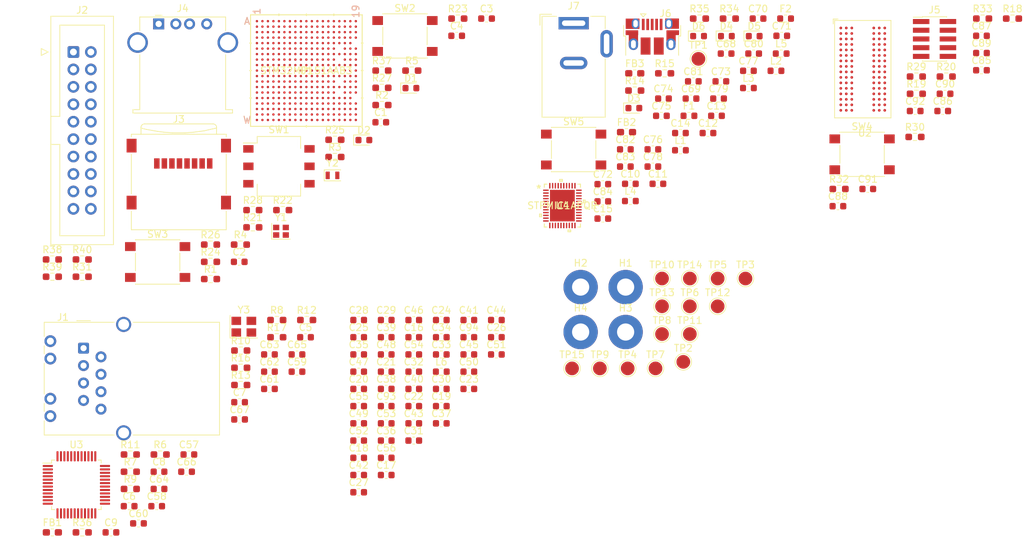
<source format=kicad_pcb>
(kicad_pcb (version 20211014) (generator pcbnew)
  (layers (0 "F.Cu" signal) (31 "B.Cu" signal) (34 "B.Paste" user) (35 "F.Paste" user) (36 "B.SilkS" user "B.Silkscreen") (37 "F.SilkS" user "F.Silkscreen") (38 "B.Mask" user) (39 "F.Mask" user) (44 "Edge.Cuts" user))
  (net 0 "")
  (net 1 "/MPU/OSC_IN")
  (net 2 "GND")
  (net 3 "Net-(C2-Pad1)")
  (net 4 "/MPU/OSC32_IN")
  (net 5 "Net-(C4-Pad1)")
  (net 6 "/VDD")
  (net 7 "/Ethernet/X1")
  (net 8 "Net-(C8-Pad1)")
  (net 9 "/MPU_Power/VDD_CORE")
  (net 10 "/MPU_Power/VDDQ_DDR")
  (net 11 "/PMIC/VDD_AUX")
  (net 12 "Net-(C14-Pad1)")
  (net 13 "/PMIC/BUCK1IN")
  (net 14 "/MPU_Power/VDDCORE")
  (net 15 "/MPU_Power/VDDA1V1")
  (net 16 "/MPU_Power/VDDA1V8")
  (net 17 "/MPU_Power/VDDA")
  (net 18 "/Ethernet/AVDD33")
  (net 19 "/Ethernet/PFBIN1")
  (net 20 "/PMIC/LDO4OUT")
  (net 21 "/PMIC/LDO6OUT")
  (net 22 "/PMIC/VREFDDR")
  (net 23 "/PMIC/LDO1OUT")
  (net 24 "/PMIC/LDO3OUT")
  (net 25 "/PMIC/LDO2OUT")
  (net 26 "/PMIC/LDO5OUT")
  (net 27 "/PMIC/SWOUT")
  (net 28 "/PMIC/VBUSOTG")
  (net 29 "/RAM/NRST")
  (net 30 "Net-(D1-Pad1)")
  (net 31 "/MPU/LED1")
  (net 32 "Net-(D2-Pad1)")
  (net 33 "/MPU/LED2")
  (net 34 "Net-(D3-Pad2)")
  (net 35 "Net-(D4-Pad1)")
  (net 36 "Net-(D5-Pad1)")
  (net 37 "Net-(D6-Pad2)")
  (net 38 "Net-(F1-Pad2)")
  (net 39 "Net-(F2-Pad2)")
  (net 40 "Net-(FB2-Pad1)")
  (net 41 "Net-(FB3-Pad1)")
  (net 42 "/Ethernet/TD_P")
  (net 43 "/Ethernet/TD_N")
  (net 44 "/Ethernet/RD_P")
  (net 45 "/Ethernet/RD_N")
  (net 46 "/Ethernet/LED_GREEN")
  (net 47 "/Ethernet/LED_YELLOW")
  (net 48 "/MPU/GPIO1")
  (net 49 "/MPU/GPIO2")
  (net 50 "/MPU/GPIO3")
  (net 51 "/MPU/GPIO4")
  (net 52 "/MPU/I2C2_SCL")
  (net 53 "/MPU/I2C2_SDA")
  (net 54 "/MPU/USART1_TX_FROM_MPU")
  (net 55 "/MPU/USART1_RX_TO_MPU")
  (net 56 "/MPU/USART2_RX_TO_M4")
  (net 57 "/MPU/USART2_TX_FROM_M4")
  (net 58 "/MPU/DAC1_OUT2")
  (net 59 "/MPU/GPIO8")
  (net 60 "/MPU/GPIO7")
  (net 61 "/MPU/ADC_IN1")
  (net 62 "/MPU/GPIO6")
  (net 63 "/MPU/GPIO5")
  (net 64 "/MPU/DAC1_OUT1")
  (net 65 "/MPU/SD_D2")
  (net 66 "/MPU/SD_D3")
  (net 67 "/MPU/SD_CMD")
  (net 68 "/MPU/SD_CK")
  (net 69 "/MPU/SD_D0")
  (net 70 "/MPU/SD_D1")
  (net 71 "/MPU/VBUS_HOST")
  (net 72 "/MPU/USB1_N")
  (net 73 "/MPU/USB1_P")
  (net 74 "/RAM/SWDIO")
  (net 75 "/RAM/SWDCLK")
  (net 76 "/RAM/SWO")
  (net 79 "/MPU/USB2_N")
  (net 80 "/MPU/USB2_P")
  (net 82 "Net-(L1-Pad2)")
  (net 83 "Net-(L2-Pad2)")
  (net 84 "Net-(L3-Pad1)")
  (net 85 "Net-(L4-Pad1)")
  (net 86 "Net-(L5-Pad1)")
  (net 87 "/MPU/BOOT2")
  (net 88 "/MPU/BOOT1")
  (net 89 "/MPU/BOOT0")
  (net 90 "/Ethernet/LED_LINK")
  (net 91 "/Ethernet/X2")
  (net 92 "/Ethernet/R_BIAS")
  (net 93 "/Ethernet/RESERVED_1")
  (net 94 "/Ethernet/RESERVED_2")
  (net 95 "/Ethernet/LED_ACT")
  (net 96 "/RAM/RESET_N")
  (net 97 "/RAM/DDR_ZQ")
  (net 98 "/RAM/ST_ZQ")
  (net 99 "/MPU/OSC_OUT")
  (net 100 "/MPU/OSC32_OUT")
  (net 101 "/MPU/BTN1_N")
  (net 102 "/MPU/I2C_SCL")
  (net 103 "/MPU/I2C_SDA")
  (net 104 "/MPU/BTN2_N")
  (net 105 "/RAM/CKE")
  (net 106 "/RAM/CK_N")
  (net 107 "/RAM/CK_P")
  (net 108 "/RAM/USB_RREF")
  (net 109 "Net-(R36-Pad1)")
  (net 110 "/PMIC/PONKEY_N")
  (net 111 "/RAM/DQ12")
  (net 112 "/RAM/DQ15")
  (net 117 "/Ethernet/RX_ER")
  (net 118 "/Ethernet/RXD_0")
  (net 119 "/Ethernet/RXD_2")
  (net 120 "/Ethernet/MDIO")
  (net 121 "/RAM/DQ11")
  (net 122 "/RAM/DQ14")
  (net 126 "/Ethernet/ETH_RESET_N")
  (net 128 "/Ethernet/RXD_1")
  (net 129 "/Ethernet/RXD_3")
  (net 130 "/Ethernet/MDC")
  (net 131 "/Ethernet/TX_EN")
  (net 132 "/RAM/UDQS_P")
  (net 133 "/RAM/UDM")
  (net 138 "/Ethernet/RX_CLK")
  (net 139 "/Ethernet/TXD_0")
  (net 141 "/RAM/UDQS_N")
  (net 142 "/RAM/DQ13")
  (net 143 "/RAM/DQ9")
  (net 149 "/Ethernet/TXD_1")
  (net 150 "/MPU/SPI1_MOSI")
  (net 152 "/Ethernet/RX_DV")
  (net 154 "/Ethernet/TX_CLK")
  (net 155 "/Ethernet/TXD_2")
  (net 156 "/Ethernet/TXD_3")
  (net 157 "/RAM/DQ10")
  (net 158 "/RAM/A8")
  (net 159 "/Ethernet/CRS")
  (net 161 "/RAM/DQ8")
  (net 162 "/RAM/A4")
  (net 163 "/Ethernet/COL")
  (net 168 "/RAM/BA1")
  (net 169 "/RAM/A6")
  (net 170 "/RAM/A10")
  (net 171 "/RAM/A11")
  (net 172 "/RAM/A1")
  (net 173 "/RAM/RAS_N")
  (net 174 "/RAM/A12")
  (net 176 "/PMIC/PMIC_PWRCTRL")
  (net 178 "/RAM/CAS_N")
  (net 179 "/MPU/PMIC_INT_N")
  (net 181 "/RAM/CS_N")
  (net 182 "/RAM/WE_N")
  (net 183 "/RAM/BA2")
  (net 184 "/RAM/ODT")
  (net 185 "/RAM/A0")
  (net 186 "/RAM/A5")
  (net 187 "/RAM/BA0")
  (net 188 "/RAM/A2")
  (net 189 "/RAM/A9")
  (net 190 "/RAM/A3")
  (net 192 "/Ethernet/ETH_PWR_DOWN")
  (net 193 "/RAM/DQ4")
  (net 194 "/RAM/A7")
  (net 196 "/RAM/DQ6")
  (net 197 "/RAM/DQ2")
  (net 198 "/RAM/DQ5")
  (net 205 "/MPU/PMIC_WAKEUP")
  (net 206 "/RAM/LDQS_P")
  (net 207 "/RAM/LDM")
  (net 213 "/RAM/LDQS_N")
  (net 214 "/RAM/DQ7")
  (net 215 "/RAM/DQ3")
  (net 222 "/MPU/SPI1_MISO")
  (net 226 "/RAM/DQ1")
  (net 227 "/RAM/DQ0")
  (net 234 "/MPU/SPI1_SCK")
  (net 247 "/PMIC/BSTOUT")
  (footprint "Capacitor_SMD:C_0603_1608Metric" (layer "F.Cu") (at 121.668901 105.543601)
    (fp_text reference "C39")
    (fp_text value "1u")
  )
  (footprint "TestPoint:TestPoint_Pad_D2.0mm" (layer "F.Cu") (at 148.728901 110.083601)
    (fp_text reference "TP15")
    (fp_text value "TestPoint")
  )
  (footprint "Resistor_SMD:R_0603_1608Metric_Pad0.98x0.95mm_HandSolder" (layer "F.Cu") (at 102.248901 87.013601)
    (fp_text reference "R28")
    (fp_text value "4.7k")
  )
  (footprint "Capacitor_SMD:C_0603_1608Metric" (layer "F.Cu") (at 117.658901 105.543601)
    (fp_text reference "C25")
    (fp_text value "1u")
  )
  (footprint "Resistor_SMD:R_0603_1608Metric_Pad0.98x0.95mm_HandSolder" (layer "F.Cu") (at 121.048901 66.683601)
    (fp_text reference "R37")
    (fp_text value "50k")
  )
  (footprint "Resistor_SMD:R_0603_1608Metric_Pad0.98x0.95mm_HandSolder" (layer "F.Cu") (at 106.598901 87.013601)
    (fp_text reference "R22")
    (fp_text value "0")
  )
  (footprint "Resistor_SMD:R_0603_1608Metric_Pad0.98x0.95mm_HandSolder" (layer "F.Cu") (at 187.608901 83.933601)
    (fp_text reference "R32")
    (fp_text value "10k")
  )
  (footprint "Connector_IDC:IDC-Header_2x10_P2.54mm_Vertical" (layer "F.Cu") (at 76.123901 63.973601)
    (fp_text reference "J2")
    (fp_text value "Conn_02x10_Counter_Clockwise")
  )
  (footprint "Inductor_SMD:L_0603_1608Metric_Pad1.05x0.95mm_HandSolder" (layer "F.Cu") (at 73.058901 133.983601)
    (fp_text reference "FB1")
    (fp_text value "FerriteBead")
  )
  (footprint "TestPoint:TestPoint_Pad_D2.0mm" (layer "F.Cu") (at 156.828901 110.083601)
    (fp_text reference "TP4")
    (fp_text value "TestPoint")
  )
  (footprint "Capacitor_SMD:C_0603_1608Metric" (layer "F.Cu") (at 88.588901 127.653601)
    (fp_text reference "C64")
    (fp_text value "100n")
  )
  (footprint "Button_Switch_SMD:SW_Push_1P1T_NO_6x6mm_H9.5mm" (layer "F.Cu") (at 148.958901 78.188601)
    (fp_text reference "SW5")
    (fp_text value "SW_Push")
  )
  (footprint "Capacitor_SMD:C_0603_1608Metric" (layer "F.Cu") (at 104.668901 110.563601)
    (fp_text reference "C62")
    (fp_text value "10u")
  )
  (footprint "Capacitor_SMD:C_0603_1608Metric" (layer "F.Cu") (at 108.678901 108.053601)
    (fp_text reference "C65")
    (fp_text value "100n")
  )
  (footprint "Capacitor_SMD:C_0603_1608Metric" (layer "F.Cu") (at 160.498901 78.163601)
    (fp_text reference "C76")
    (fp_text value "4.7u")
  )
  (footprint "Capacitor_SMD:C_0603_1608Metric" (layer "F.Cu") (at 125.678901 105.543601)
    (fp_text reference "C16")
    (fp_text value "1u")
  )
  (footprint "Capacitor_SMD:C_0603_1608Metric" (layer "F.Cu") (at 168.518901 75.783601)
    (fp_text reference "C12")
    (fp_text value "2.2u")
  )
  (footprint "Capacitor_SMD:C_0603_1608Metric" (layer "F.Cu") (at 156.488901 80.673601)
    (fp_text reference "C83")
    (fp_text value "1u")
  )
  (footprint "Capacitor_SMD:C_0603_1608Metric" (layer "F.Cu") (at 156.488901 78.163601)
    (fp_text reference "C82")
    (fp_text value "1u")
  )
  (footprint "Resistor_SMD:R_0603_1608Metric_Pad0.98x0.95mm_HandSolder" (layer "F.Cu") (at 77.408901 133.983601)
    (fp_text reference "R36")
    (fp_text value "DNP")
  )
  (footprint "Capacitor_SMD:C_0603_1608Metric" (layer "F.Cu") (at 137.708901 108.053601)
    (fp_text reference "C51")
    (fp_text value "1u")
  )
  (footprint "Connector_BarrelJack:BarrelJack_Wuerth_6941xx301002" (layer "F.Cu") (at 148.958901 59.773601)
    (fp_text reference "J7")
    (fp_text value "Barrel_Jack_Switch")
  )
  (footprint "Capacitor_SMD:C_0603_1608Metric" (layer "F.Cu") (at 117.658901 120.603601)
    (fp_text reference "C52")
    (fp_text value "1u")
  )
  (footprint "MountingHole:MountingHole_2.5mm_Pad" (layer "F.Cu") (at 156.528901 98.233601)
    (fp_text reference "H1")
    (fp_text value "MountingHole_Pad")
  )
  (footprint "Capacitor_SMD:C_0603_1608Metric" (layer "F.Cu") (at 133.698901 108.053601)
    (fp_text reference "C45")
    (fp_text value "100n")
  )
  (footprint "Capacitor_SMD:C_0603_1608Metric" (layer "F.Cu") (at 202.698901 72.573601)
    (fp_text reference "C86")
    (fp_text value "100n")
  )
  (footprint "Capacitor_SMD:C_0603_1608Metric" (layer "F.Cu") (at 121.668901 110.563601)
    (fp_text reference "C21")
    (fp_text value "1n")
  )
  (footprint "Resistor_SMD:R_0603_1608Metric_Pad0.98x0.95mm_HandSolder" (layer "F.Cu") (at 208.508901 59.103601)
    (fp_text reference "R33")
    (fp_text value "3K")
  )
  (footprint "Crystal:Crystal_SMD_TXC_9HT11-2Pin_2.0x1.2mm" (layer "F.Cu") (at 113.848901 81.953601)
    (fp_text reference "Y2")
    (fp_text value "32.768KHz")
  )
  (footprint "Resistor_SMD:R_0603_1608Metric_Pad0.98x0.95mm_HandSolder" (layer "F.Cu") (at 125.398901 66.683601)
    (fp_text reference "R5")
    (fp_text value "10k")
  )
  (footprint "Capacitor_SMD:C_0603_1608Metric" (layer "F.Cu") (at 125.678901 120.603601)
    (fp_text reference "C31")
    (fp_text value "1u")
  )
  (footprint "Capacitor_SMD:C_0603_1608Metric" (layer "F.Cu") (at 81.588901 133.983601)
    (fp_text reference "C9")
    (fp_text value "100n")
  )
  (footprint "Resistor_SMD:R_0603_1608Metric_Pad0.98x0.95mm_HandSolder" (layer "F.Cu") (at 114.198901 79.273601)
    (fp_text reference "R3")
    (fp_text value "10k")
  )
  (footprint "Capacitor_SMD:C_0603_1608Metric" (layer "F.Cu") (at 125.678901 118.093601)
    (fp_text reference "C43")
    (fp_text value "100n")
  )
  (footprint "Resistor_SMD:R_0603_1608Metric_Pad0.98x0.95mm_HandSolder" (layer "F.Cu") (at 110.088901 103.033601)
    (fp_text reference "R12")
    (fp_text value "2.2K")
  )
  (footprint "Capacitor_SMD:C_0603_1608Metric" (layer "F.Cu") (at 121.668901 123.113601)
    (fp_text reference "C56")
    (fp_text value "1u")
  )
  (footprint "Resistor_SMD:R_0603_1608Metric_Pad0.98x0.95mm_HandSolder" (layer "F.Cu") (at 157.858901 69.593601)
    (fp_text reference "R14")
    (fp_text value "470")
  )
  (footprint "Capacitor_SMD:C_0603_1608Metric" (layer "F.Cu") (at 174.408901 66.713601)
    (fp_text reference "C77")
    (fp_text value "10u")
  )
  (footprint "Resistor_SMD:R_0603_1608Metric_Pad0.98x0.95mm_HandSolder" (layer "F.Cu") (at 198.858901 67.553601)
    (fp_text reference "R29")
    (fp_text value "10k")
  )
  (footprint "Resistor_SMD:R_0603_1608Metric_Pad0.98x0.95mm_HandSolder" (layer "F.Cu") (at 132.098901 59.103601)
    (fp_text reference "R23")
    (fp_text value "10k")
  )
  (footprint "Resistor_SMD:R_0603_1608Metric_Pad0.98x0.95mm_HandSolder" (layer "F.Cu") (at 96.088901 97.063601)
    (fp_text reference "R1")
    (fp_text value "470")
  )
  (footprint "Capacitor_SMD:C_0603_1608Metric" (layer "F.Cu") (at 117.658901 125.623601)
    (fp_text reference "C42")
    (fp_text value "1u")
  )
  (footprint "Resistor_SMD:R_0603_1608Metric_Pad0.98x0.95mm_HandSolder" (layer "F.Cu") (at 100.488901 112.503601)
    (fp_text reference "R13")
    (fp_text value "2.2K")
  )
  (footprint "Capacitor_SMD:C_0603_1608Metric" (layer "F.Cu") (at 153.208901 85.743601)
    (fp_text reference "C84")
    (fp_text value "4.7u")
  )
  (footprint "LinuxBoard:MT41K64M16TW-107_AAT_J_TR" (layer "F.Cu") (at 191.058901 59.003601)
    (fp_text reference "U2")
    (fp_text value "MT41K64M16TW-107_AAT_J_TR")
  )
  (footprint "Button_Switch_SMD:SW_Push_1P1T_NO_6x6mm_H9.5mm" (layer "F.Cu") (at 88.388901 94.578601)
    (fp_text reference "SW3")
    (fp_text value "SW_Push")
  )
  (footprint "Capacitor_SMD:C_0603_1608Metric" (layer "F.Cu") (at 84.238901 130.163601)
    (fp_text reference "C6")
    (fp_text value "33p")
  )
  (footprint "Resistor_SMD:R_0603_1608Metric_Pad0.98x0.95mm_HandSolder" (layer "F.Cu") (at 100.488901 107.483601)
    (fp_text reference "R10")
    (fp_text value "49.9")
  )
  (footprint "Resistor_SMD:R_0603_1608Metric_Pad0.98x0.95mm_HandSolder" (layer "F.Cu") (at 102.248901 89.523601)
    (fp_text reference "R21")
    (fp_text value "0")
  )
  (footprint "Capacitor_SMD:C_0603_1608Metric" (layer "F.Cu") (at 121.668901 108.053601)
    (fp_text reference "C48")
    (fp_text value "1u")
  )
  (footprint "Capacitor_SMD:C_0603_1608Metric" (layer "F.Cu") (at 161.738901 73.273601)
    (fp_text reference "C75")
    (fp_text value "220u")
  )
  (footprint "Connector_Card:microSD_HC_Wuerth_693072010801" (layer "F.Cu") (at 91.468901 81.768601)
    (fp_text reference "J3")
    (fp_text value "Micro_SD_Card")
  )
  (footprint "Capacitor_SMD:C_0603_1608Metric" (layer "F.Cu") (at 108.678901 110.563601)
    (fp_text reference "C59")
    (fp_text value "100n")
  )
  (footprint "Capacitor_SMD:C_0603_1608Metric" (layer "F.Cu") (at 88.588901 125.143601)
    (fp_text reference "C8")
    (fp_text value "33p")
  )
  (footprint "Resistor_SMD:R_0603_1608Metric_Pad0.98x0.95mm_HandSolder" (layer "F.Cu") (at 105.738901 105.543601)
    (fp_text reference "R17")
    (fp_text value "470")
  )
  (footprint "Capacitor_SMD:C_0603_1608Metric" (layer "F.Cu") (at 117.658901 113.073601)
    (fp_text reference "C20")
    (fp_text value "1u")
  )
  (footprint "Capacitor_SMD:C_0603_1608Metric" (layer "F.Cu") (at 208.338901 61.613601)
    (fp_text reference "C87")
    (fp_text value "100n")
  )
  (footprint "Capacitor_SMD:C_0603_1608Metric" (layer "F.Cu") (at 166.048901 70.763601)
    (fp_text reference "C69")
    (fp_text value "4.7u")
  )
  (footprint "Diode_SMD:D_0603_1608Metric" (layer "F.Cu") (at 167.148901 61.653601)
    (fp_text reference "D6")
    (fp_text value "D_Schottky")
  )
  (footprint "Capacitor_SMD:C_0603_1608Metric" (layer "F.Cu") (at 131.928901 61.613601)
    (fp_text reference "C4")
    (fp_text value "20p")
  )
  (footprint "TestPoint:TestPoint_Pad_D2.0mm" (layer "F.Cu") (at 169.928901 101.033601)
    (fp_text reference "TP12")
    (fp_text value "TestPoint")
  )
  (footprint "Button_Switch_SMD:SW_DIP_SPSTx03_Slide_Omron_A6S-310x_W8.9mm_P2.54mm" (layer "F.Cu") (at 106.048901 80.633601)
    (fp_text reference "SW1")
    (fp_text value "SW_DIP_x03")
  )
  (footprint "TestPoint:TestPoint_Pad_D2.0mm" (layer "F.Cu") (at 169.928901 96.983601)
    (fp_text reference "TP5")
    (fp_text value "TestPoint")
  )
  (footprint "Capacitor_SMD:C_0603_1608Metric" (layer "F.Cu") (at 136.278901 59.103601)
    (fp_text reference "C3")
    (fp_text value "20p")
  )
  (footprint "TestPoint:TestPoint_Pad_D2.0mm" (layer "F.Cu") (at 164.928901 109.133601)
    (fp_text reference "TP2")
    (fp_text value "TestPoint")
  )
  (footprint "Capacitor_SMD:C_0603_1608Metric" (layer "F.Cu") (at 121.668901 113.073601)
    (fp_text reference "C38")
    (fp_text value "1u")
  )
  (footprint "Capacitor_SMD:C_0603_1608Metric" (layer "F.Cu") (at 117.658901 103.033601)
    (fp_text reference "C28")
    (fp_text value "1u")
  )
  (footprint "Resistor_SMD:R_0603_1608Metric_Pad0.98x0.95mm_HandSolder" (layer "F.Cu") (at 171.628901 59.103601)
    (fp_text reference "R34")
    (fp_text value "0")
  )
  (footprint "Resistor_SMD:R_0603_1608Metric_Pad0.98x0.95mm_HandSolder" (layer "F.Cu") (at 73.058901 96.723601)
    (fp_text reference "R39")
    (fp_text value "50k")
  )
  (footprint "Capacitor_SMD:C_0603_1608Metric" (layer "F.Cu") (at 109.918901 105.543601)
    (fp_text reference "C5")
    (fp_text value "100n")
  )
  (footprint "Connector_USB:USB_A_Stewart_SS-52100-001_Horizontal" (layer "F.Cu") (at 88.538901 59.883601)
    (fp_text reference "J4")
    (fp_text value "USB_A")
  )
  (footprint "Capacitor_SMD:C_0603_1608Metric" (layer "F.Cu") (at 129.688901 105.543601)
    (fp_text reference "C34")
    (fp_text value "1u")
  )
  (footprint "Capacitor_SMD:C_0603_1608Metric" (layer "F.Cu") (at 104.668901 113.073601)
    (fp_text reference "C61")
    (fp_text value "10u")
  )
  (footprint "Capacitor_SMD:C_0603_1608Metric" (layer "F.Cu") (at 133.698901 103.033601)
    (fp_text reference "C41")
    (fp_text value "1u")
  )
  (footprint "Inductor_SMD:L_0603_1608Metric" (layer "F.Cu") (at 157.218901 85.693601)
    (fp_text reference "L4")
    (fp_text value "1u")
  )
  (footprint "Inductor_SMD:L_0603_1608Metric" (layer "F.Cu") (at 174.408901 69.223601)
    (fp_text reference "L3")
    (fp_text value "1u")
  )
  (footprint "Resistor_SMD:R_0603_1608Metric_Pad0.98x0.95mm_HandSolder" (layer "F.Cu") (at 96.088901 92.043601)
    (fp_text reference "R26")
    (fp_text value "4.7k")
  )
  (footprint "Capacitor_SMD:C_0603_1608Metric" (layer "F.Cu") (at 92.598901 125.143601)
    (fp_text reference "C66")
    (fp_text value "100n")
  )
  (footprint "Resistor_SMD:R_0603_1608Metric_Pad0.98x0.95mm_HandSolder" (layer "F.Cu") (at 114.198901 76.763601)
    (fp_text reference "R25")
    (fp_text value "4.7k")
  )
  (footprint "Resistor_SMD:R_0603_1608Metric_Pad0.98x0.95mm_HandSolder" (layer "F.Cu") (at 121.048901 71.703601)
    (fp_text reference "R2")
    (fp_text value "470")
  )
  (footprint "Fuse:Fuse_0603_1608Metric" (layer "F.Cu") (at 165.748901 73.273601)
    (fp_text reference "F1")
    (fp_text value "3A")
  )
  (footprint "TestPoint:TestPoint_Pad_D2.0mm" (layer "F.Cu") (at 160.878901 110.083601)
    (fp_text reference "TP7")
    (fp_text value "TestPoint")
  )
  (footprint "Fuse:Fuse_0603_1608Metric" (layer "F.Cu") (at 179.818901 59.103601)
    (fp_text reference "F2")
    (fp_text value "3A")
  )
  (footprint "Resistor_SMD:R_0603_1608Metric_Pad0.98x0.95mm_HandSolder" (layer "F.Cu") (at 162.208901 67.083601)
    (fp_text reference "R15")
    (fp_text value "470")
  )
  (footprint "Resistor_SMD:R_0603_1608Metric_Pad0.98x0.95mm_HandSolder" (layer "F.Cu") (at 105.738901 103.033601)
    (fp_text reference "R8")
    (fp_text value "0")
  )
  (footprint "MountingHole:MountingHole_2.5mm_Pad" (layer "F.Cu") (at 149.978901 98.233601)
    (fp_text reference "H2")
    (fp_text value "MountingHole_Pad")
  )
  (footprint "Capacitor_SMD:C_0603_1608Metric" (layer "F.Cu") (at 117.658901 128.133601)
    (fp_text reference "C27")
    (fp_text value "1u")
  )
  (footprint "Resistor_SMD:R_0603_1608Metric_Pad0.98x0.95mm_HandSolder" (layer "F.Cu") (at 77.408901 94.213601)
    (fp_text reference "R40")
    (fp_text value "50k")
  )
  (footprint "Capacitor_SMD:C_0603_1608Metric" (layer "F.Cu") (at 117.658901 115.583601)
    (fp_text reference "C55")
    (fp_text value "1u")
  )
  (footprint "Capacitor_SMD:C_0603_1608Metric" (layer "F.Cu") (at 203.038901 70.063601)
    (fp_text reference "C90")
    (fp_text value "100n")
  )
  (footprint "Capacitor_SMD:C_0603_1608Metric" (layer "F.Cu") (at 160.498901 80.673601)
    (fp_text reference "C78")
    (fp_text value "10u")
  )
  (footprint "Capacitor_SMD:C_0603_1608Metric" (layer "F.Cu") (at 137.708901 103.033601)
    (fp_text reference "C44")
    (fp_text value "100n")
  )
  (footprint "Capacitor_SMD:C_0603_1608Metric" (layer "F.Cu") (at 100.318901 115.013601)
    (fp_text reference "C7")
    (fp_text value "100n")
  )
  (footprint "MountingHole:MountingHole_2.5mm_Pad" (layer "F.Cu") (at 156.528901 104.783601)
    (fp_text reference "H3")
    (fp_text value "MountingHole_Pad")
  )
  (footprint "Capacitor_SMD:C_0603_1608Metric" (layer "F.Cu") (at 161.228901 83.183601)
    (fp_text reference "C11")
    (fp_text value "2.2u")
  )
  (footprint "Capacitor_SMD:C_0603_1608Metric" (layer "F.Cu") (at 198.688901 72.573601)
    (fp_text reference "C92")
    (fp_text value "C")
  )
  (footprint "Capacitor_SMD:C_0603_1608Metric" (layer "F.Cu") (at 157.218901 83.183601)
    (fp_text reference "C10")
    (fp_text value "2.2u")
  )
  (footprint "Capacitor_SMD:C_0603_1608Metric" (layer "F.Cu") (at 125.678901 110.563601)
    (fp_text reference "C32")
    (fp_text value "2.2u")
  )
  (footprint "Capacitor_SMD:C_0603_1608Metric" (layer "F.Cu") (at 153.208901 88.253601)
    (fp_text reference "C15")
    (fp_text value "10u")
  )
  (footprint "Capacitor_SMD:C_0603_1608Metric" (layer "F.Cu") (at 129.688901 113.073601)
    (fp_text reference "C30")
    (fp_text value "1u")
  )
  (footprint "Capacitor_SMD:C_0603_1608Metric" (layer "F.Cu") (at 129.688901 103.033601)
    (fp_text reference "C24")
    (fp_text value "1u")
  )
  (footprint "Capacitor_SMD:C_0603_1608Metric" (layer "F.Cu") (at 208.338901 66.633601)
    (fp_text reference "C85")
    (fp_text value "100n")
  )
  (footprint "Capacitor_SMD:C_0603_1608Metric" (layer "F.Cu") (at 117.658901 108.053601)
    (fp_text reference "C35")
    (fp_text value "1u")
  )
  (footprint "TestPoint:TestPoint_Pad_D2.0mm" (layer "F.Cu") (at 161.828901 101.033601)
    (fp_text reference "TP13")
    (fp_text value "TestPoint")
  )
  (footprint "Capacitor_SMD:C_0603_1608Metric" (layer "F.Cu") (at 121.668901 125.623601)
    (fp_text reference "C17")
    (fp_text value "1n")
  )
  (footprint "Capacitor_SMD:C_0603_1608Metric" (layer "F.Cu") (at 125.678901 103.033601)
    (fp_text reference "C46")
    (fp_text value "1u")
  )
  (footprint "Capacitor_SMD:C_0603_1608Metric" (layer "F.Cu") (at 125.678901 113.073601)
    (fp_text reference "C40")
    (fp_text value "1u")
  )
  (footprint "Capacitor_SMD:C_0603_1608Metric" (layer "F.Cu") (at 208.338901 64.123601)
    (fp_text reference "C89")
    (fp_text value "100n")
  )
  (footprint "Capacitor_SMD:C_0603_1608Metric" (layer "F.Cu") (at 170.058901 70.763601)
    (fp_text reference "C79")
    (fp_text value "10u")
  )
  (footprint "Inductor_SMD:L_0603_1608Metric" (layer "F.Cu") (at 178.418901 66.713601)
    (fp_text reference "L2")
    (fp_text value "1u")
  )
  (footprint "Resistor_SMD:R_0603_1608Metric_Pad0.98x0.95mm_HandSolder" (layer "F.Cu") (at 84.408901 127.653601)
    (fp_text reference "R9")
    (fp_text value "4.87K")
  )
  (footprint "TestPoint:TestPoint_Pad_D2.0mm" (layer "F.Cu") (at 161.828901 105.083601)
    (fp_text reference "TP8")
    (fp_text value "TestPoint")
  )
  (footprint "Capacitor_SMD:C_0603_1608Metric" (layer "F.Cu") (at 125.678901 115.583601)
    (fp_text reference "C22")
    (fp_text value "1u")
  )
  (footprint "Connector_PinHeader_1.27mm:PinHeader_2x05_P1.27mm_Vertical_SMD" (layer "F.Cu") (at 201.508901 62.073601)
    (fp_text reference "J5")
    (fp_text value "Conn_ARM_JTAG_SWD_10")
  )
  (footprint "LinuxBoard:STM32MP151AAB3" (layer "F.Cu") (at 110.045101 66.679801)
    (fp_text reference "U1")
    (fp_text value "STM32MP151AAB3")
  )
  (footprint "Capacitor_SMD:C_0603_1608Metric" (layer "F.Cu") (at 129.688901 118.093601)
    (fp_text reference "C37")
    (fp_text value "1u")
  )
  (footprint "Capacitor_SMD:C_0603_1608Metric" (layer "F.Cu") (at 121.668901 118.093601)
    (fp_text reference "C53")
    (fp_text value "1u")
  )
  (footprint "TestPoint:TestPoint_Pad_D2.0mm" (layer "F.Cu") (at 161.828901 96.983601)
    (fp_text reference "TP10")
    (fp_text value "TestPoint")
  )
  (footprint "LED_SMD:LED_0603_1608Metric" (layer "F.Cu") (at 125.268901 69.233601)
    (fp_text reference "D1")
    (fp_text value "LED")
  )
  (footprint "Capacitor_SMD:C_0603_1608Metric" (layer "F.Cu") (at 133.698901 105.543601)
    (fp_text reference "C94")
    (fp_text value "10n")
  )
  (footprint "Inductor_SMD:L_0603_1608Metric" (layer "F.Cu") (at 164.508901 78.293601)
    (fp_text reference "L1")
    (fp_text value "1u")
  )
  (footprint "Capacitor_SMD:C_0603_1608Metric" (layer "F.Cu") (at 121.668901 120.603601)
    (fp_text reference "C36")
    (fp_text value "1u")
  )
  (footprint "Capacitor_SMD:C_0603_1608Metric" (layer "F.Cu") (at 129.688901 115.583601)
    (fp_text reference "C19")
    (fp_text value "1u")
  )
  (footprint "Capacitor_SMD:C_0603_1608Metric" (layer "F.Cu") (at 85.598901 132.673601)
    (fp_text reference "C60")
    (fp_text value "100n")
  )
  (footprint "Capacitor_SMD:C_0603_1608Metric" (layer "F.Cu") (at 187.438901 86.443601)
    (fp_text reference "C88")
    (fp_text value "100n")
  )
  (footprint "Diode_SMD:D_0603_1608Metric" (layer "F.Cu") (at 157.728901 72.143601)
    (fp_text reference "D3")
    (fp_text value "D_Schottky")
  )
  (footprint "TestPoint:TestPoint_Pad_D2.0mm" (layer "F.Cu") (at 173.978901 96.983601)
    (fp_text reference "TP3")
    (fp_text value "TestPoint")
  )
  (footprint "Resistor_SMD:R_0603_1608Metric_Pad0.98x0.95mm_HandSolder" (layer "F.Cu") (at 212.858901 59.103601)
    (fp_text reference "R18")
    (fp_text value "10k")
  )
  (footprint "Resistor_SMD:R_0603_1608Metric_Pad0.98x0.95mm_HandSolder" (layer "F.Cu") (at 100.488901 109.993601)
    (fp_text reference "R16")
    (fp_text value "220")
  )
  (footprint "Inductor_SMD:L_0603_1608Metric_Pad1.05x0.95mm_HandSolder" (layer "F.Cu") (at 157.858901 67.083601)
    (fp_text reference "FB3")
    (fp_text value "FerriteBead")
  )
  (footprint "TestPoint:TestPoint_Pad_D2.0mm" (layer "F.Cu") (at 152.778901 110.083601)
    (fp_text reference "TP9")
    (fp_text value "TestPoint")
  )
  (footprint "Resistor_SMD:R_0603_1608Metric_Pad0.98x0.95mm_HandSolder" (layer "F.Cu") (at 84.408901 122.633601)
    (fp_text reference "R11")
    (fp_text value "49.9")
  )
  (footprint "Capacitor_SMD:C_0603_1608Metric" (layer "F.Cu") (at 88.248901 130.163601)
    (fp_text reference "C58")
    (fp_text value "100n")
  )
  (footprint "Button_Switch_SMD:SW_Push_1P1T_NO_6x6mm_H9.5mm" (layer "F.Cu") (at 190.958901 78.888601)
    (fp_text reference "SW4")
    (fp_text value "SW_Push")
  )
  (footprint "Capacitor_SMD:C_0603_1608Metric" (layer "F.Cu") (at 120.878901 74.213601)
    (fp_text reference "C1")
    (fp_text value "12p")
  )
  (footprint "Capacitor_SMD:C_0603_1608Metric" (layer "F.Cu") (at 125.678901 108.053601)
    (fp_text reference "C54")
    (fp_text value "1u")
  )
  (footprint "Capacitor_SMD:C_0603_1608Metric" (layer "F.Cu") (at 121.668901 103.033601)
    (fp_text reference "C29")
    (fp_text value "1u")
  )
  (footprint "Capacitor_SMD:C_0603_1608Metric" (layer "F.Cu") (at 162.038901 70.763601)
    (fp_text reference "C74")
    (fp_text value "4.7u")
  )
  (footprint "Resistor_SMD:R_0603_1608Metric_Pad0.98x0.95mm_HandSolder" (layer "F.Cu") (at 77.408901 96.723601)
    (fp_text reference "R31")
    (fp_text value "50k")
  )
  (footprint "Resistor_SMD:R_0603_1608Metric_Pad0.98x0.95mm_HandSolder" (layer "F.Cu") (at 167.278901 59.103601)
    (fp_text reference "R35")
    (fp_text value "0")
  )
  (footprint "Resistor_SMD:R_0603_1608Metric_Pad0.98x0.95mm_HandSolder" (layer "F.Cu") (at 73.058901 94.213601)
    (fp_text reference "R38")
    (fp_text value "50k")
  )
  (footprint "Package_QFP:LQFP-48_7x7mm_P0.5mm" (layer "F.Cu") (at 76.558901 127.053601)
    (fp_text reference "U3")
    (fp_text value "DP83848C")
  )
  (footprint "Capacitor_SMD:C_0603_1608Metric" (layer "F.Cu") (at 104.668901 108.053601)
    (fp_text reference "C63")
    (fp_text value "100n")
  )
  (footprint "Capacitor_SMD:C_0603_1608Metric" (layer "F.Cu") (at 166.388901 68.253601)
    (fp_text reference "C81")
    (fp_text value "10u")
  )
  (footprint "LED_SMD:LED_0603_1608Metric" (layer "F.Cu") (at 171.198901 61.653601)
    (fp_text reference "D4")
    (fp_text value "LED")
  )
  (footprint "Capacitor_SMD:C_0603_1608Metric" (layer "F.Cu") (at 100.268901 94.553601)
    (fp_text reference "C2")
    (fp_text value "12p")
  )
  (footprint "TestPoint:TestPoint_Pad_D2.0mm" (layer "F.Cu") (at 165.878901 101.033601)
    (fp_text reference "TP6")
    (fp_text value "TestPoint")
  )
  (footprint "Capacitor_SMD:C_0603_1608Metric" (layer "F.Cu") (at 179.258901 61.613601)
    (fp_text reference "C71")
    (fp_text value "4.7u")
  )
  (footprint "Connector_RJ:RJ45_Wuerth_7499010121A_Horizontal" (layer "F.Cu") (at 77.598901 107.133601)
    (fp_text reference "J1")
    (fp_text value "Wuerth_7499010121A")
  )
  (footprint "Capacitor_SMD:C_0603_1608Metric" (layer "F.Cu") (at 117.658901 110.563601)
    (fp_text reference "C47")
    (fp_text value "1u")
  )
  (footprint "MountingHole:MountingHole_2.5mm_Pad" (layer "F.Cu") (at 149.978901 104.783601)
    (fp_text reference "H4")
    (fp_text value "MountingHole_Pad")
  )
  (footprint "Capacitor_SMD:C_0603_1608Metric" (layer "F.Cu") (at 133.698901 110.563601)
    (fp_text reference "C50")
    (fp_text value "1u")
  )
  (footprint "LinuxBoard:STPMIC1APQR" (layer "F.Cu") (at 147.32 86.36)
    (fp_text reference "U4")
    (fp_text value "STPMIC1APQR")
  )
  (footprint "Capacitor_SMD:C_0603_1608Metric" (layer "F.Cu") (at 171.158901 64.203601)
    (fp_text reference "C68")
    (fp_text value "4.7u")
  )
  (footprint "Resistor_SMD:R_0603_1608Metric_Pad0.98x0.95mm_HandSolder" (layer "F.Cu") (at 203.208901 67.553601)
    (fp_text reference "R20")
    (fp_text value "240")
  )
  (footprint "Resistor_SMD:R_0603_1608Metric_Pad0.98x0.95mm_HandSolder" (layer "F.Cu") (at 88.758901 122.633601)
    (fp_text reference "R6")
    (fp_text value "220")
  )
  (footprint "Inductor_SMD:L_0603_1608Metric_Pad1.05x0.95mm_HandSolder" (layer "F.Cu") (at 156.658901 75.653601)
    (fp_text reference "FB2")
    (fp_text value "FerriteBead")
  )
  (footprint "Resistor_SMD:R_0603_1608Metric_Pad0.98x0.95mm_HandSolder" (layer "F.Cu") (at 198.858901 70.063601)
    (fp_text reference "R19")
    (fp_text value "240")
  )
  (footprint "Inductor_SMD:L_0603_1608Metric" (layer "F.Cu") (at 179.178901 64.203601)
    (fp_text reference "L5")
    (fp_text value "1u")
  )
  (footprint "Connector_USB:USB_Micro-B_Amphenol_10103594-0001LF_Horizontal" (layer "F.Cu") (at 160.418901 61.723601)
    (fp_text reference "J6")
    (fp_text value "USB_B_Micro")
  )
  (footprint "Capacitor_SMD:C_0603_1608Metric" (layer "F.Cu") (at 117.658901 123.113601)
    (fp_text reference "C18")
    (fp_text value "1u")
  )
  (footprint "Capacitor_SMD:C_0603_1608Metric" (layer "F.Cu") (at 153.208901 83.233601)
    (fp_text reference "C72")
    (fp_text value "10u")
  )
  (footprint "TestPoint:TestPoint_Pad_D2.0mm" (layer "F.Cu") (at 165.878901 105.083601)
    (fp_text reference "TP11")
    (fp_text value "TestPoint")
  )
  (footprint "Capacitor_SMD:C_0603_1608Metric" (layer "F.Cu") (at 170.398901 68.253601)
    (fp_text reference "C73")
    (fp_text value "4.7u")
  )
  (footprint "Inductor_SMD:L_0603_1608Metric" (layer "F.Cu") (at 129.688901 110.563601)
    (fp_text reference "L6")
    (fp_text value "4.7u")
  )
  (footprint "Resistor_SMD:R_0603_1608Metric_Pad0.98x0.95mm_HandSolder" (layer "F.Cu") (at 96.088901 94.553601)
    (fp_text reference "R24")
    (fp_text value "4.7k")
  )
  (footprint "TestPoint:TestPoint_Pad_D2.0mm" (layer "F.Cu") (at 165.878901 96.983601)
    (fp_text reference "TP14")
    (fp_text value "TestPoint")
  )
  (footprint "Capacitor_SMD:C_0603_1608Metric" (layer "F.Cu") (at 133.698901 113.073601)
    (fp_text reference "C23")
    (fp_text value "1u")
  )
  (footprint "Capacitor_SMD:C_0603_1608Metric" (layer "F.Cu") (at 164.508901 75.783601)
    (fp_text reference "C14")
    (fp_text value "4.7u")
  )
  (footprint "Capacitor_SMD:C_0603_1608Metric" (layer "F.Cu") (at 175.168901 64.203601)
    (fp_text reference "C80")
    (fp_text value "10u")
  )
  (footprint "Capacitor_SMD:C_0603_1608Metric" (layer "F.Cu") (at 117.658901 118.093601)
    (fp_text reference "C49")
    (fp_text value "1u")
  )
  (footprint "Capacitor_SMD:C_0603_1608Metric" (layer "F.Cu") (at 100.318901 117.523601)
    (fp_text reference "C67")
    (fp_text value "10n")
  )
  (footprint "LED_SMD:LED_0603_1608Metric" (layer "F.Cu") (at 118.418901 76.803601)
    (fp_text reference "D2")
    (fp_text value "LED")
  )
  (footprint "Capacitor_SMD:C_0603_1608Metric" (layer "F.Cu") (at 129.688901 108.053601)
    (fp_text reference "C33")
    (fp_text value "2.2u")
  )
  (footprint "Capacitor_SMD:C_0603_1608Metric" (layer "F.Cu") (at 137.708901 105.543601)
    (fp_text reference "C26")
    (fp_text value "1u")
  )
  (footprint "Resistor_SMD:R_0603_1608Metric_Pad0.98x0.95mm_HandSolder" (layer "F.Cu") (at 100.438901 92.043601)
    (fp_text reference "R4")
    (fp_text value "10k")
  )
  (footprint "Capacitor_SMD:C_0603_1608Metric" (layer "F.Cu") (at 92.938901 122.633601)
    (fp_text reference "C57")
    (fp_text value "10u")
  )
  (footprint "Capacitor_SMD:C_0603_1608Metric" (layer "F.Cu") (at 175.808901 59.103601)
    (fp_text reference "C70")
    (fp_text value "1u")
  )
  (footprint "Capacitor_SMD:C_0603_1608Metric" (layer "F.Cu") (at 191.788901 83.933601)
    (fp_text reference "C91")
    (fp_text value "100n")
  )
  (footprint "Crystal:Crystal_SMD_2016-4Pin_2.0x1.6mm" (layer "F.Cu") (at 106.348901 90.093601)
    (fp_text reference "Y1")
    (fp_text value "24MHz")
  )
  (footprint "Capacitor_SMD:C_0603_1608Metric" (layer "F.Cu") (at 169.758901 73.273601)
    (fp_text reference "C13")
    (fp_text value "2.2u")
  )
  (footprint "LED_SMD:LED_0603_1608Metric" (layer "F.Cu") (at 175.248901 61.653601)
    (fp_text reference "D5")
    (fp_text value "LED")
  )
  (footprint "Crystal:Crystal_SMD_3225-4Pin_3.2x2.5mm" (layer "F.Cu") (at 100.938901 104.003601)
    (fp_text reference "Y3")
    (fp_text value "25MHz")
  )
  (footprint "Resistor_SMD:R_0603_1608Metric_Pad0.98x0.95mm_HandSolder" (layer "F.Cu") (at 121.048901 69.193601)
    (fp_text reference "R27")
    (fp_text value "10k")
  )
  (footprint "TestPoint:TestPoint_Pad_D2.0mm" (layer "F.Cu") (at 167.128901 64.973601)
    (fp_text reference "TP1")
    (fp_text value "TestPoint")
  )
  (footprint "Resistor_SMD:R_0603_1608Metric_Pad0.98x0.95mm_HandSolder" (layer "F.Cu") (at 84.408901 125.143601)
    (fp_text reference "R7")
    (fp_text value "470")
  )
  (footprint "Resistor_SMD:R_0603_1608Metric_Pad0.98x0.95mm_HandSolder" (layer "F.Cu") (at 198.658901 76.353601)
    (fp_text reference "R30")
    (fp_text value "100")
  )
  (footprint "Button_Switch_SMD:SW_Push_1P1T_NO_6x6mm_H9.5mm" (layer "F.Cu") (at 124.398901 61.638601)
    (fp_text reference "SW2")
    (fp_text value "SW_Push")
  )
  (footprint "Capacitor_SMD:C_0603_1608Metric" (layer "F.Cu") (at 121.668901 115.583601)
    (fp_text reference "C93")
    (fp_text value "100n")
  )
)
</source>
